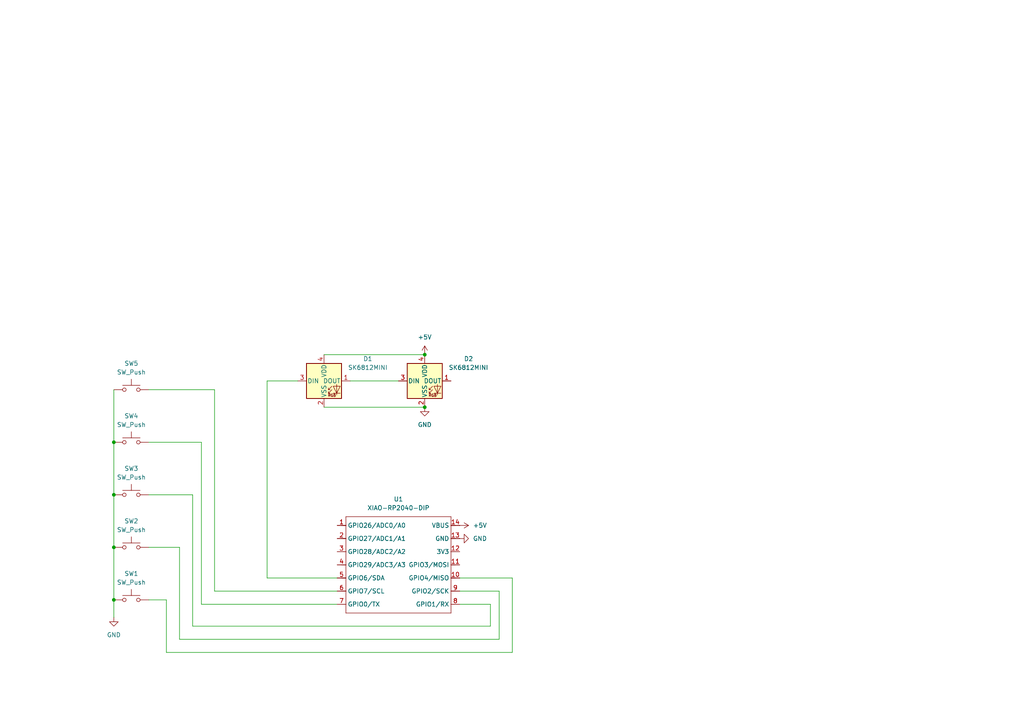
<source format=kicad_sch>
(kicad_sch
	(version 20250114)
	(generator "eeschema")
	(generator_version "9.0")
	(uuid "bc2a98f0-cfe8-47db-b002-610587f04afe")
	(paper "A4")
	(lib_symbols
		(symbol "LED:SK6812MINI"
			(pin_names
				(offset 0.254)
			)
			(exclude_from_sim no)
			(in_bom yes)
			(on_board yes)
			(property "Reference" "D"
				(at 5.08 5.715 0)
				(effects
					(font
						(size 1.27 1.27)
					)
					(justify right bottom)
				)
			)
			(property "Value" "SK6812MINI"
				(at 1.27 -5.715 0)
				(effects
					(font
						(size 1.27 1.27)
					)
					(justify left top)
				)
			)
			(property "Footprint" "LED_SMD:LED_SK6812MINI_PLCC4_3.5x3.5mm_P1.75mm"
				(at 1.27 -7.62 0)
				(effects
					(font
						(size 1.27 1.27)
					)
					(justify left top)
					(hide yes)
				)
			)
			(property "Datasheet" "https://cdn-shop.adafruit.com/product-files/2686/SK6812MINI_REV.01-1-2.pdf"
				(at 2.54 -9.525 0)
				(effects
					(font
						(size 1.27 1.27)
					)
					(justify left top)
					(hide yes)
				)
			)
			(property "Description" "RGB LED with integrated controller"
				(at 0 0 0)
				(effects
					(font
						(size 1.27 1.27)
					)
					(hide yes)
				)
			)
			(property "ki_keywords" "RGB LED NeoPixel Mini addressable"
				(at 0 0 0)
				(effects
					(font
						(size 1.27 1.27)
					)
					(hide yes)
				)
			)
			(property "ki_fp_filters" "LED*SK6812MINI*PLCC*3.5x3.5mm*P1.75mm*"
				(at 0 0 0)
				(effects
					(font
						(size 1.27 1.27)
					)
					(hide yes)
				)
			)
			(symbol "SK6812MINI_0_0"
				(text "RGB"
					(at 2.286 -4.191 0)
					(effects
						(font
							(size 0.762 0.762)
						)
					)
				)
			)
			(symbol "SK6812MINI_0_1"
				(polyline
					(pts
						(xy 1.27 -2.54) (xy 1.778 -2.54)
					)
					(stroke
						(width 0)
						(type default)
					)
					(fill
						(type none)
					)
				)
				(polyline
					(pts
						(xy 1.27 -3.556) (xy 1.778 -3.556)
					)
					(stroke
						(width 0)
						(type default)
					)
					(fill
						(type none)
					)
				)
				(polyline
					(pts
						(xy 2.286 -1.524) (xy 1.27 -2.54) (xy 1.27 -2.032)
					)
					(stroke
						(width 0)
						(type default)
					)
					(fill
						(type none)
					)
				)
				(polyline
					(pts
						(xy 2.286 -2.54) (xy 1.27 -3.556) (xy 1.27 -3.048)
					)
					(stroke
						(width 0)
						(type default)
					)
					(fill
						(type none)
					)
				)
				(polyline
					(pts
						(xy 3.683 -1.016) (xy 3.683 -3.556) (xy 3.683 -4.064)
					)
					(stroke
						(width 0)
						(type default)
					)
					(fill
						(type none)
					)
				)
				(polyline
					(pts
						(xy 4.699 -1.524) (xy 2.667 -1.524) (xy 3.683 -3.556) (xy 4.699 -1.524)
					)
					(stroke
						(width 0)
						(type default)
					)
					(fill
						(type none)
					)
				)
				(polyline
					(pts
						(xy 4.699 -3.556) (xy 2.667 -3.556)
					)
					(stroke
						(width 0)
						(type default)
					)
					(fill
						(type none)
					)
				)
				(rectangle
					(start 5.08 5.08)
					(end -5.08 -5.08)
					(stroke
						(width 0.254)
						(type default)
					)
					(fill
						(type background)
					)
				)
			)
			(symbol "SK6812MINI_1_1"
				(pin input line
					(at -7.62 0 0)
					(length 2.54)
					(name "DIN"
						(effects
							(font
								(size 1.27 1.27)
							)
						)
					)
					(number "3"
						(effects
							(font
								(size 1.27 1.27)
							)
						)
					)
				)
				(pin power_in line
					(at 0 7.62 270)
					(length 2.54)
					(name "VDD"
						(effects
							(font
								(size 1.27 1.27)
							)
						)
					)
					(number "4"
						(effects
							(font
								(size 1.27 1.27)
							)
						)
					)
				)
				(pin power_in line
					(at 0 -7.62 90)
					(length 2.54)
					(name "VSS"
						(effects
							(font
								(size 1.27 1.27)
							)
						)
					)
					(number "2"
						(effects
							(font
								(size 1.27 1.27)
							)
						)
					)
				)
				(pin output line
					(at 7.62 0 180)
					(length 2.54)
					(name "DOUT"
						(effects
							(font
								(size 1.27 1.27)
							)
						)
					)
					(number "1"
						(effects
							(font
								(size 1.27 1.27)
							)
						)
					)
				)
			)
			(embedded_fonts no)
		)
		(symbol "OPL:XIAO-RP2040-DIP"
			(exclude_from_sim no)
			(in_bom yes)
			(on_board yes)
			(property "Reference" "U"
				(at 0 0 0)
				(effects
					(font
						(size 1.27 1.27)
					)
				)
			)
			(property "Value" "XIAO-RP2040-DIP"
				(at 5.334 -1.778 0)
				(effects
					(font
						(size 1.27 1.27)
					)
				)
			)
			(property "Footprint" "Module:MOUDLE14P-XIAO-DIP-SMD"
				(at 14.478 -32.258 0)
				(effects
					(font
						(size 1.27 1.27)
					)
					(hide yes)
				)
			)
			(property "Datasheet" ""
				(at 0 0 0)
				(effects
					(font
						(size 1.27 1.27)
					)
					(hide yes)
				)
			)
			(property "Description" ""
				(at 0 0 0)
				(effects
					(font
						(size 1.27 1.27)
					)
					(hide yes)
				)
			)
			(symbol "XIAO-RP2040-DIP_1_0"
				(polyline
					(pts
						(xy -1.27 -2.54) (xy 29.21 -2.54)
					)
					(stroke
						(width 0.1524)
						(type solid)
					)
					(fill
						(type none)
					)
				)
				(polyline
					(pts
						(xy -1.27 -5.08) (xy -2.54 -5.08)
					)
					(stroke
						(width 0.1524)
						(type solid)
					)
					(fill
						(type none)
					)
				)
				(polyline
					(pts
						(xy -1.27 -5.08) (xy -1.27 -2.54)
					)
					(stroke
						(width 0.1524)
						(type solid)
					)
					(fill
						(type none)
					)
				)
				(polyline
					(pts
						(xy -1.27 -8.89) (xy -2.54 -8.89)
					)
					(stroke
						(width 0.1524)
						(type solid)
					)
					(fill
						(type none)
					)
				)
				(polyline
					(pts
						(xy -1.27 -8.89) (xy -1.27 -5.08)
					)
					(stroke
						(width 0.1524)
						(type solid)
					)
					(fill
						(type none)
					)
				)
				(polyline
					(pts
						(xy -1.27 -12.7) (xy -2.54 -12.7)
					)
					(stroke
						(width 0.1524)
						(type solid)
					)
					(fill
						(type none)
					)
				)
				(polyline
					(pts
						(xy -1.27 -12.7) (xy -1.27 -8.89)
					)
					(stroke
						(width 0.1524)
						(type solid)
					)
					(fill
						(type none)
					)
				)
				(polyline
					(pts
						(xy -1.27 -16.51) (xy -2.54 -16.51)
					)
					(stroke
						(width 0.1524)
						(type solid)
					)
					(fill
						(type none)
					)
				)
				(polyline
					(pts
						(xy -1.27 -16.51) (xy -1.27 -12.7)
					)
					(stroke
						(width 0.1524)
						(type solid)
					)
					(fill
						(type none)
					)
				)
				(polyline
					(pts
						(xy -1.27 -20.32) (xy -2.54 -20.32)
					)
					(stroke
						(width 0.1524)
						(type solid)
					)
					(fill
						(type none)
					)
				)
				(polyline
					(pts
						(xy -1.27 -24.13) (xy -2.54 -24.13)
					)
					(stroke
						(width 0.1524)
						(type solid)
					)
					(fill
						(type none)
					)
				)
				(polyline
					(pts
						(xy -1.27 -27.94) (xy -2.54 -27.94)
					)
					(stroke
						(width 0.1524)
						(type solid)
					)
					(fill
						(type none)
					)
				)
				(polyline
					(pts
						(xy -1.27 -30.48) (xy -1.27 -16.51)
					)
					(stroke
						(width 0.1524)
						(type solid)
					)
					(fill
						(type none)
					)
				)
				(polyline
					(pts
						(xy 29.21 -2.54) (xy 29.21 -5.08)
					)
					(stroke
						(width 0.1524)
						(type solid)
					)
					(fill
						(type none)
					)
				)
				(polyline
					(pts
						(xy 29.21 -5.08) (xy 29.21 -8.89)
					)
					(stroke
						(width 0.1524)
						(type solid)
					)
					(fill
						(type none)
					)
				)
				(polyline
					(pts
						(xy 29.21 -8.89) (xy 29.21 -12.7)
					)
					(stroke
						(width 0.1524)
						(type solid)
					)
					(fill
						(type none)
					)
				)
				(polyline
					(pts
						(xy 29.21 -12.7) (xy 29.21 -30.48)
					)
					(stroke
						(width 0.1524)
						(type solid)
					)
					(fill
						(type none)
					)
				)
				(polyline
					(pts
						(xy 29.21 -30.48) (xy -1.27 -30.48)
					)
					(stroke
						(width 0.1524)
						(type solid)
					)
					(fill
						(type none)
					)
				)
				(polyline
					(pts
						(xy 30.48 -5.08) (xy 29.21 -5.08)
					)
					(stroke
						(width 0.1524)
						(type solid)
					)
					(fill
						(type none)
					)
				)
				(polyline
					(pts
						(xy 30.48 -8.89) (xy 29.21 -8.89)
					)
					(stroke
						(width 0.1524)
						(type solid)
					)
					(fill
						(type none)
					)
				)
				(polyline
					(pts
						(xy 30.48 -12.7) (xy 29.21 -12.7)
					)
					(stroke
						(width 0.1524)
						(type solid)
					)
					(fill
						(type none)
					)
				)
				(polyline
					(pts
						(xy 30.48 -16.51) (xy 29.21 -16.51)
					)
					(stroke
						(width 0.1524)
						(type solid)
					)
					(fill
						(type none)
					)
				)
				(polyline
					(pts
						(xy 30.48 -20.32) (xy 29.21 -20.32)
					)
					(stroke
						(width 0.1524)
						(type solid)
					)
					(fill
						(type none)
					)
				)
				(polyline
					(pts
						(xy 30.48 -24.13) (xy 29.21 -24.13)
					)
					(stroke
						(width 0.1524)
						(type solid)
					)
					(fill
						(type none)
					)
				)
				(polyline
					(pts
						(xy 30.48 -27.94) (xy 29.21 -27.94)
					)
					(stroke
						(width 0.1524)
						(type solid)
					)
					(fill
						(type none)
					)
				)
				(pin passive line
					(at -3.81 -5.08 0)
					(length 2.54)
					(name "GPIO26/ADC0/A0"
						(effects
							(font
								(size 1.27 1.27)
							)
						)
					)
					(number "1"
						(effects
							(font
								(size 1.27 1.27)
							)
						)
					)
				)
				(pin passive line
					(at -3.81 -8.89 0)
					(length 2.54)
					(name "GPIO27/ADC1/A1"
						(effects
							(font
								(size 1.27 1.27)
							)
						)
					)
					(number "2"
						(effects
							(font
								(size 1.27 1.27)
							)
						)
					)
				)
				(pin passive line
					(at -3.81 -12.7 0)
					(length 2.54)
					(name "GPIO28/ADC2/A2"
						(effects
							(font
								(size 1.27 1.27)
							)
						)
					)
					(number "3"
						(effects
							(font
								(size 1.27 1.27)
							)
						)
					)
				)
				(pin passive line
					(at -3.81 -16.51 0)
					(length 2.54)
					(name "GPIO29/ADC3/A3"
						(effects
							(font
								(size 1.27 1.27)
							)
						)
					)
					(number "4"
						(effects
							(font
								(size 1.27 1.27)
							)
						)
					)
				)
				(pin passive line
					(at -3.81 -20.32 0)
					(length 2.54)
					(name "GPIO6/SDA"
						(effects
							(font
								(size 1.27 1.27)
							)
						)
					)
					(number "5"
						(effects
							(font
								(size 1.27 1.27)
							)
						)
					)
				)
				(pin passive line
					(at -3.81 -24.13 0)
					(length 2.54)
					(name "GPIO7/SCL"
						(effects
							(font
								(size 1.27 1.27)
							)
						)
					)
					(number "6"
						(effects
							(font
								(size 1.27 1.27)
							)
						)
					)
				)
				(pin passive line
					(at -3.81 -27.94 0)
					(length 2.54)
					(name "GPIO0/TX"
						(effects
							(font
								(size 1.27 1.27)
							)
						)
					)
					(number "7"
						(effects
							(font
								(size 1.27 1.27)
							)
						)
					)
				)
				(pin passive line
					(at 31.75 -5.08 180)
					(length 2.54)
					(name "VBUS"
						(effects
							(font
								(size 1.27 1.27)
							)
						)
					)
					(number "14"
						(effects
							(font
								(size 1.27 1.27)
							)
						)
					)
				)
				(pin passive line
					(at 31.75 -8.89 180)
					(length 2.54)
					(name "GND"
						(effects
							(font
								(size 1.27 1.27)
							)
						)
					)
					(number "13"
						(effects
							(font
								(size 1.27 1.27)
							)
						)
					)
				)
				(pin passive line
					(at 31.75 -12.7 180)
					(length 2.54)
					(name "3V3"
						(effects
							(font
								(size 1.27 1.27)
							)
						)
					)
					(number "12"
						(effects
							(font
								(size 1.27 1.27)
							)
						)
					)
				)
				(pin passive line
					(at 31.75 -16.51 180)
					(length 2.54)
					(name "GPIO3/MOSI"
						(effects
							(font
								(size 1.27 1.27)
							)
						)
					)
					(number "11"
						(effects
							(font
								(size 1.27 1.27)
							)
						)
					)
				)
				(pin passive line
					(at 31.75 -20.32 180)
					(length 2.54)
					(name "GPIO4/MISO"
						(effects
							(font
								(size 1.27 1.27)
							)
						)
					)
					(number "10"
						(effects
							(font
								(size 1.27 1.27)
							)
						)
					)
				)
				(pin passive line
					(at 31.75 -24.13 180)
					(length 2.54)
					(name "GPIO2/SCK"
						(effects
							(font
								(size 1.27 1.27)
							)
						)
					)
					(number "9"
						(effects
							(font
								(size 1.27 1.27)
							)
						)
					)
				)
				(pin passive line
					(at 31.75 -27.94 180)
					(length 2.54)
					(name "GPIO1/RX"
						(effects
							(font
								(size 1.27 1.27)
							)
						)
					)
					(number "8"
						(effects
							(font
								(size 1.27 1.27)
							)
						)
					)
				)
			)
			(embedded_fonts no)
		)
		(symbol "Switch:SW_Push"
			(pin_numbers
				(hide yes)
			)
			(pin_names
				(offset 1.016)
				(hide yes)
			)
			(exclude_from_sim no)
			(in_bom yes)
			(on_board yes)
			(property "Reference" "SW"
				(at 1.27 2.54 0)
				(effects
					(font
						(size 1.27 1.27)
					)
					(justify left)
				)
			)
			(property "Value" "SW_Push"
				(at 0 -1.524 0)
				(effects
					(font
						(size 1.27 1.27)
					)
				)
			)
			(property "Footprint" ""
				(at 0 5.08 0)
				(effects
					(font
						(size 1.27 1.27)
					)
					(hide yes)
				)
			)
			(property "Datasheet" "~"
				(at 0 5.08 0)
				(effects
					(font
						(size 1.27 1.27)
					)
					(hide yes)
				)
			)
			(property "Description" "Push button switch, generic, two pins"
				(at 0 0 0)
				(effects
					(font
						(size 1.27 1.27)
					)
					(hide yes)
				)
			)
			(property "ki_keywords" "switch normally-open pushbutton push-button"
				(at 0 0 0)
				(effects
					(font
						(size 1.27 1.27)
					)
					(hide yes)
				)
			)
			(symbol "SW_Push_0_1"
				(circle
					(center -2.032 0)
					(radius 0.508)
					(stroke
						(width 0)
						(type default)
					)
					(fill
						(type none)
					)
				)
				(polyline
					(pts
						(xy 0 1.27) (xy 0 3.048)
					)
					(stroke
						(width 0)
						(type default)
					)
					(fill
						(type none)
					)
				)
				(circle
					(center 2.032 0)
					(radius 0.508)
					(stroke
						(width 0)
						(type default)
					)
					(fill
						(type none)
					)
				)
				(polyline
					(pts
						(xy 2.54 1.27) (xy -2.54 1.27)
					)
					(stroke
						(width 0)
						(type default)
					)
					(fill
						(type none)
					)
				)
				(pin passive line
					(at -5.08 0 0)
					(length 2.54)
					(name "1"
						(effects
							(font
								(size 1.27 1.27)
							)
						)
					)
					(number "1"
						(effects
							(font
								(size 1.27 1.27)
							)
						)
					)
				)
				(pin passive line
					(at 5.08 0 180)
					(length 2.54)
					(name "2"
						(effects
							(font
								(size 1.27 1.27)
							)
						)
					)
					(number "2"
						(effects
							(font
								(size 1.27 1.27)
							)
						)
					)
				)
			)
			(embedded_fonts no)
		)
		(symbol "power:+5V"
			(power)
			(pin_numbers
				(hide yes)
			)
			(pin_names
				(offset 0)
				(hide yes)
			)
			(exclude_from_sim no)
			(in_bom yes)
			(on_board yes)
			(property "Reference" "#PWR"
				(at 0 -3.81 0)
				(effects
					(font
						(size 1.27 1.27)
					)
					(hide yes)
				)
			)
			(property "Value" "+5V"
				(at 0 3.556 0)
				(effects
					(font
						(size 1.27 1.27)
					)
				)
			)
			(property "Footprint" ""
				(at 0 0 0)
				(effects
					(font
						(size 1.27 1.27)
					)
					(hide yes)
				)
			)
			(property "Datasheet" ""
				(at 0 0 0)
				(effects
					(font
						(size 1.27 1.27)
					)
					(hide yes)
				)
			)
			(property "Description" "Power symbol creates a global label with name \"+5V\""
				(at 0 0 0)
				(effects
					(font
						(size 1.27 1.27)
					)
					(hide yes)
				)
			)
			(property "ki_keywords" "global power"
				(at 0 0 0)
				(effects
					(font
						(size 1.27 1.27)
					)
					(hide yes)
				)
			)
			(symbol "+5V_0_1"
				(polyline
					(pts
						(xy -0.762 1.27) (xy 0 2.54)
					)
					(stroke
						(width 0)
						(type default)
					)
					(fill
						(type none)
					)
				)
				(polyline
					(pts
						(xy 0 2.54) (xy 0.762 1.27)
					)
					(stroke
						(width 0)
						(type default)
					)
					(fill
						(type none)
					)
				)
				(polyline
					(pts
						(xy 0 0) (xy 0 2.54)
					)
					(stroke
						(width 0)
						(type default)
					)
					(fill
						(type none)
					)
				)
			)
			(symbol "+5V_1_1"
				(pin power_in line
					(at 0 0 90)
					(length 0)
					(name "~"
						(effects
							(font
								(size 1.27 1.27)
							)
						)
					)
					(number "1"
						(effects
							(font
								(size 1.27 1.27)
							)
						)
					)
				)
			)
			(embedded_fonts no)
		)
		(symbol "power:GND"
			(power)
			(pin_numbers
				(hide yes)
			)
			(pin_names
				(offset 0)
				(hide yes)
			)
			(exclude_from_sim no)
			(in_bom yes)
			(on_board yes)
			(property "Reference" "#PWR"
				(at 0 -6.35 0)
				(effects
					(font
						(size 1.27 1.27)
					)
					(hide yes)
				)
			)
			(property "Value" "GND"
				(at 0 -3.81 0)
				(effects
					(font
						(size 1.27 1.27)
					)
				)
			)
			(property "Footprint" ""
				(at 0 0 0)
				(effects
					(font
						(size 1.27 1.27)
					)
					(hide yes)
				)
			)
			(property "Datasheet" ""
				(at 0 0 0)
				(effects
					(font
						(size 1.27 1.27)
					)
					(hide yes)
				)
			)
			(property "Description" "Power symbol creates a global label with name \"GND\" , ground"
				(at 0 0 0)
				(effects
					(font
						(size 1.27 1.27)
					)
					(hide yes)
				)
			)
			(property "ki_keywords" "global power"
				(at 0 0 0)
				(effects
					(font
						(size 1.27 1.27)
					)
					(hide yes)
				)
			)
			(symbol "GND_0_1"
				(polyline
					(pts
						(xy 0 0) (xy 0 -1.27) (xy 1.27 -1.27) (xy 0 -2.54) (xy -1.27 -1.27) (xy 0 -1.27)
					)
					(stroke
						(width 0)
						(type default)
					)
					(fill
						(type none)
					)
				)
			)
			(symbol "GND_1_1"
				(pin power_in line
					(at 0 0 270)
					(length 0)
					(name "~"
						(effects
							(font
								(size 1.27 1.27)
							)
						)
					)
					(number "1"
						(effects
							(font
								(size 1.27 1.27)
							)
						)
					)
				)
			)
			(embedded_fonts no)
		)
	)
	(junction
		(at 123.19 102.87)
		(diameter 0)
		(color 0 0 0 0)
		(uuid "162cefb8-0b78-4ee8-a250-d88674bec4bc")
	)
	(junction
		(at 33.02 128.27)
		(diameter 0)
		(color 0 0 0 0)
		(uuid "3cd77a85-5db1-4334-aa29-71373aa52f4b")
	)
	(junction
		(at 33.02 143.51)
		(diameter 0)
		(color 0 0 0 0)
		(uuid "6ef28236-2078-4015-99a7-26c82d0e1f7d")
	)
	(junction
		(at 33.02 158.75)
		(diameter 0)
		(color 0 0 0 0)
		(uuid "a6d5de89-ebe8-48f4-b7bd-ce8079c01885")
	)
	(junction
		(at 123.19 118.11)
		(diameter 0)
		(color 0 0 0 0)
		(uuid "bb5fac52-a3d7-4b1b-818d-645c614a2d2d")
	)
	(junction
		(at 33.02 173.99)
		(diameter 0)
		(color 0 0 0 0)
		(uuid "d20ab57d-e976-42c2-a6fc-a7aa816d46b8")
	)
	(wire
		(pts
			(xy 142.24 175.26) (xy 142.24 181.61)
		)
		(stroke
			(width 0)
			(type default)
		)
		(uuid "02959d15-111e-4ae9-a072-e6c6668c4351")
	)
	(wire
		(pts
			(xy 33.02 173.99) (xy 33.02 179.07)
		)
		(stroke
			(width 0)
			(type default)
		)
		(uuid "05fbb492-45b7-458a-8a0d-0c008341a44f")
	)
	(wire
		(pts
			(xy 55.88 181.61) (xy 55.88 143.51)
		)
		(stroke
			(width 0)
			(type default)
		)
		(uuid "09620194-75f4-42bf-8267-30b166832010")
	)
	(wire
		(pts
			(xy 48.26 189.23) (xy 148.59 189.23)
		)
		(stroke
			(width 0)
			(type default)
		)
		(uuid "113f5bcc-5977-45a1-9695-4ef8311585f7")
	)
	(wire
		(pts
			(xy 52.07 185.42) (xy 144.78 185.42)
		)
		(stroke
			(width 0)
			(type default)
		)
		(uuid "20654ef2-b3a9-432e-b896-1f2729239b5b")
	)
	(wire
		(pts
			(xy 33.02 128.27) (xy 33.02 143.51)
		)
		(stroke
			(width 0)
			(type default)
		)
		(uuid "210a86c6-6bd0-422a-8419-7532adbb97a9")
	)
	(wire
		(pts
			(xy 97.79 171.45) (xy 62.23 171.45)
		)
		(stroke
			(width 0)
			(type default)
		)
		(uuid "25ff1bb6-4bee-4f86-ad0a-a0d144d6de35")
	)
	(wire
		(pts
			(xy 133.35 167.64) (xy 148.59 167.64)
		)
		(stroke
			(width 0)
			(type default)
		)
		(uuid "27c12fe6-6f05-4e8d-be12-8cbc64a18890")
	)
	(wire
		(pts
			(xy 62.23 113.03) (xy 43.18 113.03)
		)
		(stroke
			(width 0)
			(type default)
		)
		(uuid "29090035-76dd-427d-b10b-b1ef7717c163")
	)
	(wire
		(pts
			(xy 58.42 128.27) (xy 43.18 128.27)
		)
		(stroke
			(width 0)
			(type default)
		)
		(uuid "2eff2d98-39e4-40d3-8faa-baadc9b2f629")
	)
	(wire
		(pts
			(xy 77.47 110.49) (xy 77.47 167.64)
		)
		(stroke
			(width 0)
			(type default)
		)
		(uuid "2f3bba07-1db7-4cf7-a73d-f36e2412b5ce")
	)
	(wire
		(pts
			(xy 52.07 158.75) (xy 52.07 185.42)
		)
		(stroke
			(width 0)
			(type default)
		)
		(uuid "3202f531-66b3-476f-88c3-d5ba0a3ac8ae")
	)
	(wire
		(pts
			(xy 93.98 102.87) (xy 123.19 102.87)
		)
		(stroke
			(width 0)
			(type default)
		)
		(uuid "423dad1c-32da-4756-8570-3875fb2c9e43")
	)
	(wire
		(pts
			(xy 133.35 171.45) (xy 144.78 171.45)
		)
		(stroke
			(width 0)
			(type default)
		)
		(uuid "4305ab8a-bb41-41c9-95f0-e0e4ac569dcf")
	)
	(wire
		(pts
			(xy 48.26 173.99) (xy 48.26 189.23)
		)
		(stroke
			(width 0)
			(type default)
		)
		(uuid "495c7ead-21b8-4acb-9be6-75c467176c85")
	)
	(wire
		(pts
			(xy 33.02 113.03) (xy 33.02 128.27)
		)
		(stroke
			(width 0)
			(type default)
		)
		(uuid "4b029402-865b-4cfc-9868-79cf91bef5be")
	)
	(wire
		(pts
			(xy 148.59 167.64) (xy 148.59 189.23)
		)
		(stroke
			(width 0)
			(type default)
		)
		(uuid "4e6db854-06ac-44b7-835a-ad61ceb36c46")
	)
	(wire
		(pts
			(xy 43.18 173.99) (xy 48.26 173.99)
		)
		(stroke
			(width 0)
			(type default)
		)
		(uuid "538f3f37-5379-483c-b6f2-8b5dd87f9eec")
	)
	(wire
		(pts
			(xy 101.6 110.49) (xy 115.57 110.49)
		)
		(stroke
			(width 0)
			(type default)
		)
		(uuid "560bab6f-0649-41cb-b518-56ecbf95ec5b")
	)
	(wire
		(pts
			(xy 33.02 158.75) (xy 33.02 173.99)
		)
		(stroke
			(width 0)
			(type default)
		)
		(uuid "8cd9032f-0843-4dc3-afd2-51aca23de171")
	)
	(wire
		(pts
			(xy 58.42 175.26) (xy 97.79 175.26)
		)
		(stroke
			(width 0)
			(type default)
		)
		(uuid "8d27559c-6dbd-4dd6-84e8-02acf47443e2")
	)
	(wire
		(pts
			(xy 58.42 175.26) (xy 58.42 128.27)
		)
		(stroke
			(width 0)
			(type default)
		)
		(uuid "9ac87f02-9278-4e76-9dd6-3f6871ee6534")
	)
	(wire
		(pts
			(xy 144.78 185.42) (xy 144.78 171.45)
		)
		(stroke
			(width 0)
			(type default)
		)
		(uuid "a81e504e-8759-4a5e-88a1-e85a9685dac7")
	)
	(wire
		(pts
			(xy 77.47 167.64) (xy 97.79 167.64)
		)
		(stroke
			(width 0)
			(type default)
		)
		(uuid "bbe79dfd-4baf-4f29-8e3a-c71318562a7d")
	)
	(wire
		(pts
			(xy 86.36 110.49) (xy 77.47 110.49)
		)
		(stroke
			(width 0)
			(type default)
		)
		(uuid "c081fe27-ffd1-40ba-b42d-7d2bf50aa8d1")
	)
	(wire
		(pts
			(xy 142.24 181.61) (xy 55.88 181.61)
		)
		(stroke
			(width 0)
			(type default)
		)
		(uuid "d4bafaee-f2bf-455b-8f02-c42f0a93b2b6")
	)
	(wire
		(pts
			(xy 33.02 143.51) (xy 33.02 158.75)
		)
		(stroke
			(width 0)
			(type default)
		)
		(uuid "d806afba-545e-4ee7-babe-471258188d64")
	)
	(wire
		(pts
			(xy 43.18 158.75) (xy 52.07 158.75)
		)
		(stroke
			(width 0)
			(type default)
		)
		(uuid "df398769-eec4-4423-8a8b-4415d6431b6e")
	)
	(wire
		(pts
			(xy 93.98 118.11) (xy 123.19 118.11)
		)
		(stroke
			(width 0)
			(type default)
		)
		(uuid "e2f69f46-cbdc-4407-8da0-8806872a0c61")
	)
	(wire
		(pts
			(xy 62.23 171.45) (xy 62.23 113.03)
		)
		(stroke
			(width 0)
			(type default)
		)
		(uuid "ebf54a7f-82c8-4745-ac04-5fd007568b90")
	)
	(wire
		(pts
			(xy 133.35 175.26) (xy 142.24 175.26)
		)
		(stroke
			(width 0)
			(type default)
		)
		(uuid "efc55e34-7f30-4231-8bd1-69b948f16718")
	)
	(wire
		(pts
			(xy 55.88 143.51) (xy 43.18 143.51)
		)
		(stroke
			(width 0)
			(type default)
		)
		(uuid "f85f6d2f-0878-4182-9ef5-c379db8da943")
	)
	(symbol
		(lib_id "power:+5V")
		(at 133.35 152.4 270)
		(unit 1)
		(exclude_from_sim no)
		(in_bom yes)
		(on_board yes)
		(dnp no)
		(fields_autoplaced yes)
		(uuid "0a69b741-0be5-4490-aaf2-01a12b27d27e")
		(property "Reference" "#PWR04"
			(at 129.54 152.4 0)
			(effects
				(font
					(size 1.27 1.27)
				)
				(hide yes)
			)
		)
		(property "Value" "+5V"
			(at 137.16 152.3999 90)
			(effects
				(font
					(size 1.27 1.27)
				)
				(justify left)
			)
		)
		(property "Footprint" ""
			(at 133.35 152.4 0)
			(effects
				(font
					(size 1.27 1.27)
				)
				(hide yes)
			)
		)
		(property "Datasheet" ""
			(at 133.35 152.4 0)
			(effects
				(font
					(size 1.27 1.27)
				)
				(hide yes)
			)
		)
		(property "Description" "Power symbol creates a global label with name \"+5V\""
			(at 133.35 152.4 0)
			(effects
				(font
					(size 1.27 1.27)
				)
				(hide yes)
			)
		)
		(pin "1"
			(uuid "5d127513-6654-4131-8b38-90ffaa8200e3")
		)
		(instances
			(project ""
				(path "/bc2a98f0-cfe8-47db-b002-610587f04afe"
					(reference "#PWR04")
					(unit 1)
				)
			)
		)
	)
	(symbol
		(lib_id "Switch:SW_Push")
		(at 38.1 128.27 0)
		(unit 1)
		(exclude_from_sim no)
		(in_bom yes)
		(on_board yes)
		(dnp no)
		(fields_autoplaced yes)
		(uuid "33ec39d9-9752-4fe4-b457-d38ae622cdd6")
		(property "Reference" "SW4"
			(at 38.1 120.65 0)
			(effects
				(font
					(size 1.27 1.27)
				)
			)
		)
		(property "Value" "SW_Push"
			(at 38.1 123.19 0)
			(effects
				(font
					(size 1.27 1.27)
				)
			)
		)
		(property "Footprint" "Button_Switch_Keyboard:SW_Cherry_MX_1.00u_PCB"
			(at 38.1 123.19 0)
			(effects
				(font
					(size 1.27 1.27)
				)
				(hide yes)
			)
		)
		(property "Datasheet" "~"
			(at 38.1 123.19 0)
			(effects
				(font
					(size 1.27 1.27)
				)
				(hide yes)
			)
		)
		(property "Description" "Push button switch, generic, two pins"
			(at 38.1 128.27 0)
			(effects
				(font
					(size 1.27 1.27)
				)
				(hide yes)
			)
		)
		(pin "1"
			(uuid "b9629ee3-0407-454b-a82e-c0712f5bc77d")
		)
		(pin "2"
			(uuid "a072be8b-a7c0-4930-82ed-4f4060a33bac")
		)
		(instances
			(project ""
				(path "/bc2a98f0-cfe8-47db-b002-610587f04afe"
					(reference "SW4")
					(unit 1)
				)
			)
		)
	)
	(symbol
		(lib_id "power:GND")
		(at 33.02 179.07 0)
		(unit 1)
		(exclude_from_sim no)
		(in_bom yes)
		(on_board yes)
		(dnp no)
		(fields_autoplaced yes)
		(uuid "35b64679-82c3-4b17-bd57-a081649a883f")
		(property "Reference" "#PWR05"
			(at 33.02 185.42 0)
			(effects
				(font
					(size 1.27 1.27)
				)
				(hide yes)
			)
		)
		(property "Value" "GND"
			(at 33.02 184.15 0)
			(effects
				(font
					(size 1.27 1.27)
				)
			)
		)
		(property "Footprint" ""
			(at 33.02 179.07 0)
			(effects
				(font
					(size 1.27 1.27)
				)
				(hide yes)
			)
		)
		(property "Datasheet" ""
			(at 33.02 179.07 0)
			(effects
				(font
					(size 1.27 1.27)
				)
				(hide yes)
			)
		)
		(property "Description" "Power symbol creates a global label with name \"GND\" , ground"
			(at 33.02 179.07 0)
			(effects
				(font
					(size 1.27 1.27)
				)
				(hide yes)
			)
		)
		(pin "1"
			(uuid "079522fc-9d84-4458-a968-0cf413451a35")
		)
		(instances
			(project ""
				(path "/bc2a98f0-cfe8-47db-b002-610587f04afe"
					(reference "#PWR05")
					(unit 1)
				)
			)
		)
	)
	(symbol
		(lib_id "Switch:SW_Push")
		(at 38.1 158.75 0)
		(unit 1)
		(exclude_from_sim no)
		(in_bom yes)
		(on_board yes)
		(dnp no)
		(fields_autoplaced yes)
		(uuid "7676ecfe-c185-4d72-9c08-4ef297706541")
		(property "Reference" "SW2"
			(at 38.1 151.13 0)
			(effects
				(font
					(size 1.27 1.27)
				)
			)
		)
		(property "Value" "SW_Push"
			(at 38.1 153.67 0)
			(effects
				(font
					(size 1.27 1.27)
				)
			)
		)
		(property "Footprint" "Button_Switch_Keyboard:SW_Cherry_MX_1.00u_PCB"
			(at 38.1 153.67 0)
			(effects
				(font
					(size 1.27 1.27)
				)
				(hide yes)
			)
		)
		(property "Datasheet" "~"
			(at 38.1 153.67 0)
			(effects
				(font
					(size 1.27 1.27)
				)
				(hide yes)
			)
		)
		(property "Description" "Push button switch, generic, two pins"
			(at 38.1 158.75 0)
			(effects
				(font
					(size 1.27 1.27)
				)
				(hide yes)
			)
		)
		(pin "1"
			(uuid "720cfa5e-83e0-4191-b6b3-76d48424e371")
		)
		(pin "2"
			(uuid "7eb4edd2-ff29-40d9-a2a7-32ff8b081e16")
		)
		(instances
			(project ""
				(path "/bc2a98f0-cfe8-47db-b002-610587f04afe"
					(reference "SW2")
					(unit 1)
				)
			)
		)
	)
	(symbol
		(lib_id "Switch:SW_Push")
		(at 38.1 113.03 0)
		(unit 1)
		(exclude_from_sim no)
		(in_bom yes)
		(on_board yes)
		(dnp no)
		(fields_autoplaced yes)
		(uuid "94ad2e01-26f4-42f1-9898-c4a023e5cf63")
		(property "Reference" "SW5"
			(at 38.1 105.41 0)
			(effects
				(font
					(size 1.27 1.27)
				)
			)
		)
		(property "Value" "SW_Push"
			(at 38.1 107.95 0)
			(effects
				(font
					(size 1.27 1.27)
				)
			)
		)
		(property "Footprint" "Button_Switch_Keyboard:SW_Cherry_MX_1.00u_PCB"
			(at 38.1 107.95 0)
			(effects
				(font
					(size 1.27 1.27)
				)
				(hide yes)
			)
		)
		(property "Datasheet" "~"
			(at 38.1 107.95 0)
			(effects
				(font
					(size 1.27 1.27)
				)
				(hide yes)
			)
		)
		(property "Description" "Push button switch, generic, two pins"
			(at 38.1 113.03 0)
			(effects
				(font
					(size 1.27 1.27)
				)
				(hide yes)
			)
		)
		(pin "1"
			(uuid "341f33da-1643-44ae-bc93-5162c2911a80")
		)
		(pin "2"
			(uuid "160b2fad-f5c8-4932-866a-6013136bcf48")
		)
		(instances
			(project ""
				(path "/bc2a98f0-cfe8-47db-b002-610587f04afe"
					(reference "SW5")
					(unit 1)
				)
			)
		)
	)
	(symbol
		(lib_id "Switch:SW_Push")
		(at 38.1 143.51 0)
		(unit 1)
		(exclude_from_sim no)
		(in_bom yes)
		(on_board yes)
		(dnp no)
		(fields_autoplaced yes)
		(uuid "99293b16-59b8-4f64-a41a-fc6828a6f123")
		(property "Reference" "SW3"
			(at 38.1 135.89 0)
			(effects
				(font
					(size 1.27 1.27)
				)
			)
		)
		(property "Value" "SW_Push"
			(at 38.1 138.43 0)
			(effects
				(font
					(size 1.27 1.27)
				)
			)
		)
		(property "Footprint" "Button_Switch_Keyboard:SW_Cherry_MX_1.00u_PCB"
			(at 38.1 138.43 0)
			(effects
				(font
					(size 1.27 1.27)
				)
				(hide yes)
			)
		)
		(property "Datasheet" "~"
			(at 38.1 138.43 0)
			(effects
				(font
					(size 1.27 1.27)
				)
				(hide yes)
			)
		)
		(property "Description" "Push button switch, generic, two pins"
			(at 38.1 143.51 0)
			(effects
				(font
					(size 1.27 1.27)
				)
				(hide yes)
			)
		)
		(pin "1"
			(uuid "043c9976-8982-4b5b-8447-38bf51411e0a")
		)
		(pin "2"
			(uuid "4c2b181d-08e1-492d-b2df-ffdb19810a26")
		)
		(instances
			(project ""
				(path "/bc2a98f0-cfe8-47db-b002-610587f04afe"
					(reference "SW3")
					(unit 1)
				)
			)
		)
	)
	(symbol
		(lib_id "LED:SK6812MINI")
		(at 123.19 110.49 0)
		(unit 1)
		(exclude_from_sim no)
		(in_bom yes)
		(on_board yes)
		(dnp no)
		(fields_autoplaced yes)
		(uuid "a4418f25-e10a-49c9-9843-2ea48a0a5342")
		(property "Reference" "D2"
			(at 135.89 104.0698 0)
			(effects
				(font
					(size 1.27 1.27)
				)
			)
		)
		(property "Value" "SK6812MINI"
			(at 135.89 106.6098 0)
			(effects
				(font
					(size 1.27 1.27)
				)
			)
		)
		(property "Footprint" "LED_SMD:LED_SK6812MINI_PLCC4_3.5x3.5mm_P1.75mm"
			(at 124.46 118.11 0)
			(effects
				(font
					(size 1.27 1.27)
				)
				(justify left top)
				(hide yes)
			)
		)
		(property "Datasheet" "https://cdn-shop.adafruit.com/product-files/2686/SK6812MINI_REV.01-1-2.pdf"
			(at 125.73 120.015 0)
			(effects
				(font
					(size 1.27 1.27)
				)
				(justify left top)
				(hide yes)
			)
		)
		(property "Description" "RGB LED with integrated controller"
			(at 123.19 110.49 0)
			(effects
				(font
					(size 1.27 1.27)
				)
				(hide yes)
			)
		)
		(pin "1"
			(uuid "8a4f7bc2-3ac3-4adb-9029-28ee0e9f684e")
		)
		(pin "4"
			(uuid "470ab533-7f8b-45f4-9aeb-de6064ece380")
		)
		(pin "2"
			(uuid "6b6ac3ba-5082-4e77-ada9-c040dc0023f3")
		)
		(pin "3"
			(uuid "7912f401-7588-46bf-9071-0db2c95f18d9")
		)
		(instances
			(project ""
				(path "/bc2a98f0-cfe8-47db-b002-610587f04afe"
					(reference "D2")
					(unit 1)
				)
			)
		)
	)
	(symbol
		(lib_id "power:GND")
		(at 133.35 156.21 90)
		(unit 1)
		(exclude_from_sim no)
		(in_bom yes)
		(on_board yes)
		(dnp no)
		(fields_autoplaced yes)
		(uuid "b91eba3f-7856-4250-a2cc-ee0ab045840c")
		(property "Reference" "#PWR03"
			(at 139.7 156.21 0)
			(effects
				(font
					(size 1.27 1.27)
				)
				(hide yes)
			)
		)
		(property "Value" "GND"
			(at 137.16 156.2099 90)
			(effects
				(font
					(size 1.27 1.27)
				)
				(justify right)
			)
		)
		(property "Footprint" ""
			(at 133.35 156.21 0)
			(effects
				(font
					(size 1.27 1.27)
				)
				(hide yes)
			)
		)
		(property "Datasheet" ""
			(at 133.35 156.21 0)
			(effects
				(font
					(size 1.27 1.27)
				)
				(hide yes)
			)
		)
		(property "Description" "Power symbol creates a global label with name \"GND\" , ground"
			(at 133.35 156.21 0)
			(effects
				(font
					(size 1.27 1.27)
				)
				(hide yes)
			)
		)
		(pin "1"
			(uuid "9d1bcd2b-0051-458c-906c-d2518f269e79")
		)
		(instances
			(project ""
				(path "/bc2a98f0-cfe8-47db-b002-610587f04afe"
					(reference "#PWR03")
					(unit 1)
				)
			)
		)
	)
	(symbol
		(lib_id "power:GND")
		(at 123.19 118.11 0)
		(unit 1)
		(exclude_from_sim no)
		(in_bom yes)
		(on_board yes)
		(dnp no)
		(fields_autoplaced yes)
		(uuid "b9795775-5ad4-4e2f-a4f2-bbf5a6ea042f")
		(property "Reference" "#PWR02"
			(at 123.19 124.46 0)
			(effects
				(font
					(size 1.27 1.27)
				)
				(hide yes)
			)
		)
		(property "Value" "GND"
			(at 123.19 123.19 0)
			(effects
				(font
					(size 1.27 1.27)
				)
			)
		)
		(property "Footprint" ""
			(at 123.19 118.11 0)
			(effects
				(font
					(size 1.27 1.27)
				)
				(hide yes)
			)
		)
		(property "Datasheet" ""
			(at 123.19 118.11 0)
			(effects
				(font
					(size 1.27 1.27)
				)
				(hide yes)
			)
		)
		(property "Description" "Power symbol creates a global label with name \"GND\" , ground"
			(at 123.19 118.11 0)
			(effects
				(font
					(size 1.27 1.27)
				)
				(hide yes)
			)
		)
		(pin "1"
			(uuid "14f375a9-df33-4a11-8c06-2ab039637fb7")
		)
		(instances
			(project ""
				(path "/bc2a98f0-cfe8-47db-b002-610587f04afe"
					(reference "#PWR02")
					(unit 1)
				)
			)
		)
	)
	(symbol
		(lib_id "Switch:SW_Push")
		(at 38.1 173.99 0)
		(unit 1)
		(exclude_from_sim no)
		(in_bom yes)
		(on_board yes)
		(dnp no)
		(fields_autoplaced yes)
		(uuid "c2b16582-d49d-41ee-ae5c-303d63b7fc1c")
		(property "Reference" "SW1"
			(at 38.1 166.37 0)
			(effects
				(font
					(size 1.27 1.27)
				)
			)
		)
		(property "Value" "SW_Push"
			(at 38.1 168.91 0)
			(effects
				(font
					(size 1.27 1.27)
				)
			)
		)
		(property "Footprint" "Button_Switch_Keyboard:SW_Cherry_MX_1.00u_PCB"
			(at 38.1 168.91 0)
			(effects
				(font
					(size 1.27 1.27)
				)
				(hide yes)
			)
		)
		(property "Datasheet" "~"
			(at 38.1 168.91 0)
			(effects
				(font
					(size 1.27 1.27)
				)
				(hide yes)
			)
		)
		(property "Description" "Push button switch, generic, two pins"
			(at 38.1 173.99 0)
			(effects
				(font
					(size 1.27 1.27)
				)
				(hide yes)
			)
		)
		(pin "2"
			(uuid "898f25db-a74e-4e47-a09c-779f8a257be0")
		)
		(pin "1"
			(uuid "66edb2bf-c337-4ce6-995a-520b0ac6dd14")
		)
		(instances
			(project ""
				(path "/bc2a98f0-cfe8-47db-b002-610587f04afe"
					(reference "SW1")
					(unit 1)
				)
			)
		)
	)
	(symbol
		(lib_id "OPL:XIAO-RP2040-DIP")
		(at 101.6 147.32 0)
		(unit 1)
		(exclude_from_sim no)
		(in_bom yes)
		(on_board yes)
		(dnp no)
		(fields_autoplaced yes)
		(uuid "cfc0d122-2c17-49ce-a1b7-9ce7c7e9d9e3")
		(property "Reference" "U1"
			(at 115.57 144.78 0)
			(effects
				(font
					(size 1.27 1.27)
				)
			)
		)
		(property "Value" "XIAO-RP2040-DIP"
			(at 115.57 147.32 0)
			(effects
				(font
					(size 1.27 1.27)
				)
			)
		)
		(property "Footprint" "OPL:XIAO-RP2040-DIP"
			(at 116.078 179.578 0)
			(effects
				(font
					(size 1.27 1.27)
				)
				(hide yes)
			)
		)
		(property "Datasheet" ""
			(at 101.6 147.32 0)
			(effects
				(font
					(size 1.27 1.27)
				)
				(hide yes)
			)
		)
		(property "Description" ""
			(at 101.6 147.32 0)
			(effects
				(font
					(size 1.27 1.27)
				)
				(hide yes)
			)
		)
		(pin "2"
			(uuid "d016c42c-75a5-4e64-a95e-7257191fcd90")
		)
		(pin "1"
			(uuid "fd925135-3c7b-4726-a39e-27a0b892b5e0")
		)
		(pin "3"
			(uuid "1267bb81-4bf0-4882-8755-04e198c5a5a4")
		)
		(pin "4"
			(uuid "584c10c1-31c0-41f4-a000-69453e28b93a")
		)
		(pin "14"
			(uuid "fa7be29e-3268-4972-ac99-a217b15d21c1")
		)
		(pin "13"
			(uuid "b0c0fe01-2254-4d2d-a69d-9a74a06ac9f8")
		)
		(pin "11"
			(uuid "254a02b0-dcb8-4e49-a5b4-49ebad034ad8")
		)
		(pin "9"
			(uuid "a4f0c237-1152-4086-b8c1-48afbc3b2be2")
		)
		(pin "8"
			(uuid "cf044311-db2e-4936-bb4c-65c6ff4a9bba")
		)
		(pin "7"
			(uuid "fbeb33a2-e7a9-47dc-befe-ff311cc88cba")
		)
		(pin "5"
			(uuid "5f9723aa-c3a7-445f-b1d8-698de22632f4")
		)
		(pin "6"
			(uuid "e16b93e0-7e55-476e-ae96-5cb86aa157c5")
		)
		(pin "10"
			(uuid "bad3ae8d-92a1-4c65-82ed-36f70fc40e7a")
		)
		(pin "12"
			(uuid "ba3ab5e4-bbc9-4f2b-a5e8-2422eddb74e9")
		)
		(instances
			(project ""
				(path "/bc2a98f0-cfe8-47db-b002-610587f04afe"
					(reference "U1")
					(unit 1)
				)
			)
		)
	)
	(symbol
		(lib_id "LED:SK6812MINI")
		(at 93.98 110.49 0)
		(unit 1)
		(exclude_from_sim no)
		(in_bom yes)
		(on_board yes)
		(dnp no)
		(fields_autoplaced yes)
		(uuid "d4c2b490-4ec4-4ed2-bba3-fb8e1c00569f")
		(property "Reference" "D1"
			(at 106.68 104.0698 0)
			(effects
				(font
					(size 1.27 1.27)
				)
			)
		)
		(property "Value" "SK6812MINI"
			(at 106.68 106.6098 0)
			(effects
				(font
					(size 1.27 1.27)
				)
			)
		)
		(property "Footprint" "LED_SMD:LED_SK6812MINI_PLCC4_3.5x3.5mm_P1.75mm"
			(at 95.25 118.11 0)
			(effects
				(font
					(size 1.27 1.27)
				)
				(justify left top)
				(hide yes)
			)
		)
		(property "Datasheet" "https://cdn-shop.adafruit.com/product-files/2686/SK6812MINI_REV.01-1-2.pdf"
			(at 96.52 120.015 0)
			(effects
				(font
					(size 1.27 1.27)
				)
				(justify left top)
				(hide yes)
			)
		)
		(property "Description" "RGB LED with integrated controller"
			(at 93.98 110.49 0)
			(effects
				(font
					(size 1.27 1.27)
				)
				(hide yes)
			)
		)
		(pin "2"
			(uuid "36a7df5c-df4b-457e-87d0-3c1aa8705882")
		)
		(pin "1"
			(uuid "8336b5ef-3444-4dec-a16f-bef6ed044e03")
		)
		(pin "3"
			(uuid "5ec4f0ff-9464-4347-8e4e-73d0fd945458")
		)
		(pin "4"
			(uuid "d11f16dd-a615-4edd-b3d1-a762e60310aa")
		)
		(instances
			(project ""
				(path "/bc2a98f0-cfe8-47db-b002-610587f04afe"
					(reference "D1")
					(unit 1)
				)
			)
		)
	)
	(symbol
		(lib_id "power:+5V")
		(at 123.19 102.87 0)
		(unit 1)
		(exclude_from_sim no)
		(in_bom yes)
		(on_board yes)
		(dnp no)
		(fields_autoplaced yes)
		(uuid "e4806219-933d-41bb-8fe8-a416235d3e7c")
		(property "Reference" "#PWR01"
			(at 123.19 106.68 0)
			(effects
				(font
					(size 1.27 1.27)
				)
				(hide yes)
			)
		)
		(property "Value" "+5V"
			(at 123.19 97.79 0)
			(effects
				(font
					(size 1.27 1.27)
				)
			)
		)
		(property "Footprint" ""
			(at 123.19 102.87 0)
			(effects
				(font
					(size 1.27 1.27)
				)
				(hide yes)
			)
		)
		(property "Datasheet" ""
			(at 123.19 102.87 0)
			(effects
				(font
					(size 1.27 1.27)
				)
				(hide yes)
			)
		)
		(property "Description" "Power symbol creates a global label with name \"+5V\""
			(at 123.19 102.87 0)
			(effects
				(font
					(size 1.27 1.27)
				)
				(hide yes)
			)
		)
		(pin "1"
			(uuid "73c4878a-9a4c-476f-a5a9-53d62c4a48f7")
		)
		(instances
			(project ""
				(path "/bc2a98f0-cfe8-47db-b002-610587f04afe"
					(reference "#PWR01")
					(unit 1)
				)
			)
		)
	)
	(sheet_instances
		(path "/"
			(page "1")
		)
	)
	(embedded_fonts no)
)

</source>
